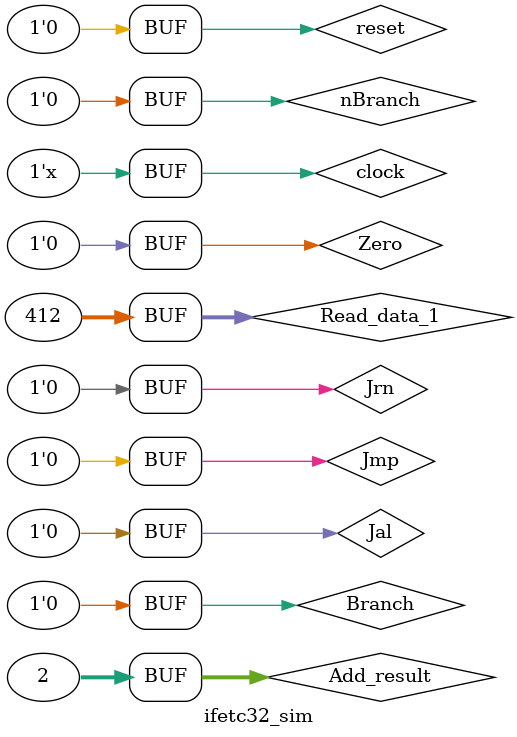
<source format=v>
`timescale 1ns / 1ps


module ifetc32_sim(

    );
    // input
    reg[31:0]  Add_result = 32'h00000000;
    reg[31:0]  Read_data_1 = 32'h00000000;
    reg        Branch = 1'b0;
    reg        nBranch = 1'b0;
    reg        Jmp = 1'b0;
    reg        Jal = 1'b0;
    reg        Jrn = 1'b0;
    reg        Zero = 1'b0;
    reg        clock = 1'b0,reset = 1'b1;

    // output
    wire[31:0] Instruction;            // Êä³öÖ¸Áî
    wire[31:0] PC_plus_4_out;
    wire[31:0] opcplus4;
        
    Ifetc32 Uifetch(Instruction,PC_plus_4_out,Add_result,
            Read_data_1,Branch,nBranch,Jmp,Jal,Jrn,Zero,
            clock,reset,opcplus4);

    initial begin
        #300   reset = 1'b0;
        #600   Jal = 1;
        #200   begin Jrn = 1;Jal = 0; Read_data_1 = 32'h0000019c;end;
        #200   begin Jrn = 0;Branch = 1'b1; Zero = 1'b1; Add_result = 32'h00000002;end;        
        #200   begin Branch = 1'b0; Zero = 1'b0; end;        
    end
    always #50 clock = ~clock;            
endmodule

</source>
